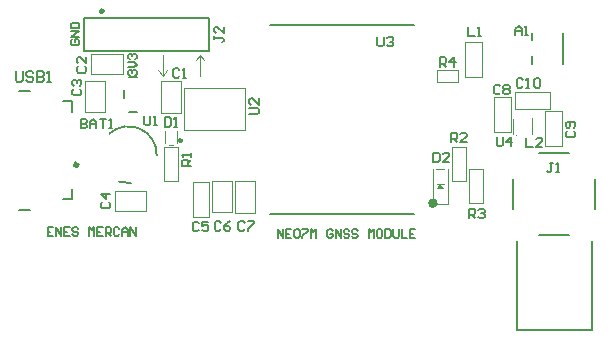
<source format=gto>
G04*
G04 #@! TF.GenerationSoftware,Altium Limited,Altium Designer,22.2.1 (43)*
G04*
G04 Layer_Color=65535*
%FSLAX25Y25*%
%MOIN*%
G70*
G04*
G04 #@! TF.SameCoordinates,F9679001-C221-457E-AD06-5865B11B1ABB*
G04*
G04*
G04 #@! TF.FilePolarity,Positive*
G04*
G01*
G75*
%ADD10C,0.01600*%
%ADD11C,0.00394*%
%ADD12C,0.01181*%
%ADD13C,0.01260*%
%ADD14C,0.00500*%
%ADD15C,0.00787*%
%ADD16C,0.00197*%
%ADD17C,0.00276*%
%ADD18C,0.00512*%
%ADD19C,0.00591*%
%ADD20C,0.00669*%
G36*
X147848Y18085D02*
X145486D01*
X146667Y19659D01*
X147848Y18085D01*
D02*
G37*
D10*
X144939Y13250D02*
G03*
X144939Y13250I-787J0D01*
G01*
D11*
X172016Y35796D02*
G03*
X172016Y35796I-98J0D01*
G01*
X164567Y39960D02*
X164573Y39954D01*
Y36871D02*
Y39954D01*
Y36871D02*
X170115D01*
X164567Y39960D02*
Y45472D01*
Y48523D02*
X170115D01*
Y36871D02*
Y48523D01*
X164567Y45472D02*
Y48523D01*
X179921Y44713D02*
X179927Y44719D01*
X183010D01*
Y50262D01*
X174409Y44713D02*
X179921D01*
X171358D02*
Y50262D01*
X183010D01*
X171358Y44713D02*
X174409D01*
X187199Y40880D02*
X187205Y40875D01*
X187199Y40880D02*
Y43963D01*
X181657D02*
X187199D01*
X187205Y35363D02*
Y40875D01*
X181657Y32312D02*
X187205D01*
X181657D02*
Y43963D01*
X187205Y32312D02*
Y35363D01*
X66437Y55764D02*
Y62556D01*
X67717Y60981D01*
X61122Y37824D02*
Y51603D01*
Y37824D02*
X81575D01*
Y51603D01*
X61122D02*
X81575D01*
X53543Y43434D02*
Y53867D01*
Y43434D02*
X60039D01*
X60236Y45651D02*
Y51651D01*
Y43434D02*
Y45651D01*
X53543Y53867D02*
X60236D01*
Y51651D02*
Y53867D01*
X30315Y56328D02*
X40748D01*
Y62824D01*
X32531Y63020D02*
X38532D01*
X40748D01*
X30315Y56328D02*
Y63020D01*
X32531D01*
X28150Y43532D02*
Y53965D01*
Y43532D02*
X34646D01*
X34843Y45749D02*
Y51749D01*
Y43532D02*
Y45749D01*
X28150Y53965D02*
X34843D01*
Y51749D02*
Y53965D01*
X38077Y10770D02*
X48510D01*
Y17266D01*
X40293Y17463D02*
X46294D01*
X48510D01*
X38077Y10770D02*
Y17463D01*
X40293D01*
X54514Y20507D02*
X59238D01*
Y31954D01*
X54514D02*
X59238D01*
X54514Y20507D02*
Y31954D01*
X56089Y32620D02*
X57664D01*
X54908Y33408D02*
Y37423D01*
X58845Y33408D02*
Y37423D01*
X156102Y13211D02*
Y24658D01*
X160827D01*
Y13211D02*
Y24658D01*
X156102Y13211D02*
X160827D01*
X64110Y17364D02*
Y20415D01*
X69659Y8764D02*
Y20415D01*
X64110D02*
X69659D01*
X64110Y11852D02*
Y17364D01*
X64116Y8764D02*
X69659D01*
X64116D02*
Y11847D01*
X64110Y11852D02*
X64116Y11847D01*
X155315Y20675D02*
Y32122D01*
X150591Y20675D02*
X155315D01*
X150591D02*
Y32122D01*
X155315D01*
X154823Y58493D02*
X154828Y58487D01*
Y55404D02*
Y58487D01*
Y55404D02*
X160371D01*
X154823Y58493D02*
Y64005D01*
Y67056D02*
X160371D01*
Y55404D02*
Y67056D01*
X154823Y64005D02*
Y67056D01*
X84927Y18297D02*
Y20514D01*
X78234D02*
X84927D01*
Y10081D02*
Y12297D01*
Y18297D01*
X78234Y10081D02*
X84730D01*
X78234D02*
Y20514D01*
X70557Y10179D02*
Y20612D01*
Y10179D02*
X77053D01*
X77250Y12396D02*
Y18396D01*
Y10179D02*
Y12396D01*
X70557Y20612D02*
X77250D01*
Y18396D02*
Y20612D01*
X145486Y19659D02*
X147848D01*
X144170Y12935D02*
Y24746D01*
Y12935D02*
X149087D01*
Y24746D01*
X145065D02*
X147821D01*
X65059Y60981D02*
X66437Y62556D01*
X54036Y55835D02*
X55610Y57804D01*
X52559D02*
X54036Y55835D01*
Y62725D01*
D12*
X60335Y34182D02*
G03*
X60335Y34182I-394J0D01*
G01*
X34134Y77292D02*
G03*
X34134Y77292I-394J0D01*
G01*
D13*
X25776Y26052D02*
G03*
X25776Y26052I-591J0D01*
G01*
D14*
X52071Y29145D02*
G03*
X36211Y36373I-9427J329D01*
G01*
X39386Y20534D02*
G03*
X43510Y19955I3705J11403D01*
G01*
X89821Y9707D02*
X137853D01*
X89821Y72699D02*
X137853D01*
X42894Y55245D02*
X45492D01*
X41043Y48217D02*
Y50855D01*
X42894Y43828D02*
X45492D01*
X20768Y47288D02*
X23972D01*
Y43729D02*
Y47288D01*
Y14580D02*
Y18139D01*
X20768Y14580D02*
X23972D01*
X6004Y50776D02*
X9941D01*
X6004Y11091D02*
X9941D01*
X187500Y59772D02*
Y70009D01*
X177264Y67528D02*
Y70009D01*
Y59772D02*
Y62253D01*
D15*
X197047Y-28909D02*
Y619D01*
X179429Y30146D02*
X189665D01*
X198326Y11249D02*
Y21485D01*
X179429Y2588D02*
X189665D01*
X172047Y-28909D02*
X197047D01*
X170768Y11249D02*
Y21485D01*
X172047Y-28909D02*
Y619D01*
X27874Y74930D02*
X69606D01*
Y63906D02*
Y74930D01*
X27874Y63906D02*
Y74930D01*
Y63906D02*
X69606D01*
X23885Y67877D02*
X23426Y67418D01*
Y66499D01*
X23885Y66040D01*
X25722D01*
X26181Y66499D01*
Y67418D01*
X25722Y67877D01*
X24804D01*
Y66958D01*
X26181Y68795D02*
X23426D01*
X26181Y70632D01*
X23426D01*
Y71550D02*
X26181D01*
Y72928D01*
X25722Y73387D01*
X23885D01*
X23426Y72928D01*
Y71550D01*
X17557Y5216D02*
X15720D01*
Y2461D01*
X17557D01*
X15720Y3838D02*
X16638D01*
X18475Y2461D02*
Y5216D01*
X20312Y2461D01*
Y5216D01*
X23067D02*
X21230D01*
Y2461D01*
X23067D01*
X21230Y3838D02*
X22148D01*
X25822Y4756D02*
X25363Y5216D01*
X24444D01*
X23985Y4756D01*
Y4297D01*
X24444Y3838D01*
X25363D01*
X25822Y3379D01*
Y2920D01*
X25363Y2461D01*
X24444D01*
X23985Y2920D01*
X29495Y2461D02*
Y5216D01*
X30413Y4297D01*
X31332Y5216D01*
Y2461D01*
X34087Y5216D02*
X32250D01*
Y2461D01*
X34087D01*
X32250Y3838D02*
X33168D01*
X35005Y2461D02*
Y5216D01*
X36383D01*
X36842Y4756D01*
Y3838D01*
X36383Y3379D01*
X35005D01*
X35923D02*
X36842Y2461D01*
X39597Y4756D02*
X39138Y5216D01*
X38219D01*
X37760Y4756D01*
Y2920D01*
X38219Y2461D01*
X39138D01*
X39597Y2920D01*
X40515Y2461D02*
Y4297D01*
X41434Y5216D01*
X42352Y4297D01*
Y2461D01*
Y3838D01*
X40515D01*
X43270Y2461D02*
Y5216D01*
X45107Y2461D01*
Y5216D01*
X92396Y1772D02*
Y4527D01*
X94232Y1772D01*
Y4527D01*
X96987D02*
X95151D01*
Y1772D01*
X96987D01*
X95151Y3149D02*
X96069D01*
X99283Y4527D02*
X98365D01*
X97906Y4067D01*
Y2231D01*
X98365Y1772D01*
X99283D01*
X99743Y2231D01*
Y4067D01*
X99283Y4527D01*
X100661D02*
X102498D01*
Y4067D01*
X100661Y2231D01*
Y1772D01*
X103416D02*
Y4527D01*
X104334Y3608D01*
X105253Y4527D01*
Y1772D01*
X110763Y4067D02*
X110303Y4527D01*
X109385D01*
X108926Y4067D01*
Y2231D01*
X109385Y1772D01*
X110303D01*
X110763Y2231D01*
Y3149D01*
X109844D01*
X111681Y1772D02*
Y4527D01*
X113518Y1772D01*
Y4527D01*
X116273Y4067D02*
X115814Y4527D01*
X114895D01*
X114436Y4067D01*
Y3608D01*
X114895Y3149D01*
X115814D01*
X116273Y2690D01*
Y2231D01*
X115814Y1772D01*
X114895D01*
X114436Y2231D01*
X119028Y4067D02*
X118569Y4527D01*
X117650D01*
X117191Y4067D01*
Y3608D01*
X117650Y3149D01*
X118569D01*
X119028Y2690D01*
Y2231D01*
X118569Y1772D01*
X117650D01*
X117191Y2231D01*
X122701Y1772D02*
Y4527D01*
X123619Y3608D01*
X124538Y4527D01*
Y1772D01*
X126834Y4527D02*
X125915D01*
X125456Y4067D01*
Y2231D01*
X125915Y1772D01*
X126834D01*
X127293Y2231D01*
Y4067D01*
X126834Y4527D01*
X128211D02*
Y1772D01*
X129589D01*
X130048Y2231D01*
Y4067D01*
X129589Y4527D01*
X128211D01*
X130966D02*
Y2231D01*
X131425Y1772D01*
X132344D01*
X132803Y2231D01*
Y4527D01*
X133721D02*
Y1772D01*
X135558D01*
X138313Y4527D02*
X136476D01*
Y1772D01*
X138313D01*
X136476Y3149D02*
X137394D01*
D16*
X177264Y36249D02*
Y41564D01*
X170866Y36249D02*
Y41367D01*
D17*
X145571Y53670D02*
X152657D01*
X145571D02*
Y57607D01*
X152657D01*
Y53670D02*
Y57607D01*
D18*
X43059Y55804D02*
X42599Y56263D01*
Y57181D01*
X43059Y57641D01*
X43518D01*
X43977Y57181D01*
Y56722D01*
Y57181D01*
X44436Y57641D01*
X44895D01*
X45354Y57181D01*
Y56263D01*
X44895Y55804D01*
X42599Y58559D02*
X44436D01*
X45354Y59477D01*
X44436Y60396D01*
X42599D01*
X43059Y61314D02*
X42599Y61773D01*
Y62691D01*
X43059Y63151D01*
X43518D01*
X43977Y62691D01*
Y62232D01*
Y62691D01*
X44436Y63151D01*
X44895D01*
X45354Y62691D01*
Y61773D01*
X44895Y61314D01*
D19*
X165388Y35362D02*
Y32739D01*
X165913Y32214D01*
X166962D01*
X167487Y32739D01*
Y35362D01*
X170111Y32214D02*
Y35362D01*
X168537Y33788D01*
X170636D01*
X184154Y26701D02*
X183104D01*
X183629D01*
Y24077D01*
X183104Y23552D01*
X182579D01*
X182054Y24077D01*
X185203Y23552D02*
X186253D01*
X185728D01*
Y26701D01*
X185203Y26176D01*
X175329Y35067D02*
Y31919D01*
X177428D01*
X180577D02*
X178478D01*
X180577Y34018D01*
Y34543D01*
X180052Y35067D01*
X179002D01*
X178478Y34543D01*
X174148Y54326D02*
X173623Y54851D01*
X172573D01*
X172049Y54326D01*
Y52227D01*
X172573Y51702D01*
X173623D01*
X174148Y52227D01*
X175197Y51702D02*
X176247D01*
X175722D01*
Y54851D01*
X175197Y54326D01*
X177821D02*
X178346Y54851D01*
X179395D01*
X179920Y54326D01*
Y52227D01*
X179395Y51702D01*
X178346D01*
X177821Y52227D01*
Y54326D01*
X188911Y37299D02*
X188386Y36774D01*
Y35725D01*
X188911Y35200D01*
X191010D01*
X191535Y35725D01*
Y36774D01*
X191010Y37299D01*
Y38348D02*
X191535Y38873D01*
Y39923D01*
X191010Y40448D01*
X188911D01*
X188386Y39923D01*
Y38873D01*
X188911Y38348D01*
X189436D01*
X189961Y38873D01*
Y40448D01*
X166601Y52259D02*
X166077Y52784D01*
X165027D01*
X164502Y52259D01*
Y50160D01*
X165027Y49635D01*
X166077D01*
X166601Y50160D01*
X167651Y52259D02*
X168176Y52784D01*
X169225D01*
X169750Y52259D01*
Y51734D01*
X169225Y51209D01*
X169750Y50685D01*
Y50160D01*
X169225Y49635D01*
X168176D01*
X167651Y50160D01*
Y50685D01*
X168176Y51209D01*
X167651Y51734D01*
Y52259D01*
X168176Y51209D02*
X169225D01*
X47901Y42449D02*
Y39825D01*
X48426Y39301D01*
X49475D01*
X50000Y39825D01*
Y42449D01*
X51050Y39301D02*
X52099D01*
X51574D01*
Y42449D01*
X51050Y41924D01*
X24344Y51275D02*
X23820Y50750D01*
Y49701D01*
X24344Y49176D01*
X26443D01*
X26968Y49701D01*
Y50750D01*
X26443Y51275D01*
X24344Y52325D02*
X23820Y52850D01*
Y53899D01*
X24344Y54424D01*
X24869D01*
X25394Y53899D01*
Y53374D01*
Y53899D01*
X25918Y54424D01*
X26443D01*
X26968Y53899D01*
Y52850D01*
X26443Y52325D01*
X25919Y58854D02*
X25394Y58329D01*
Y57280D01*
X25919Y56755D01*
X28018D01*
X28543Y57280D01*
Y58329D01*
X28018Y58854D01*
X28543Y62003D02*
Y59904D01*
X26444Y62003D01*
X25919D01*
X25394Y61478D01*
Y60428D01*
X25919Y59904D01*
X59646Y57672D02*
X59121Y58197D01*
X58071D01*
X57547Y57672D01*
Y55573D01*
X58071Y55049D01*
X59121D01*
X59646Y55573D01*
X60695Y55049D02*
X61745D01*
X61220D01*
Y58197D01*
X60695Y57672D01*
X125624Y68729D02*
Y66105D01*
X126149Y65580D01*
X127199D01*
X127723Y66105D01*
Y68729D01*
X128773Y68204D02*
X129298Y68729D01*
X130347D01*
X130872Y68204D01*
Y67679D01*
X130347Y67154D01*
X129822D01*
X130347D01*
X130872Y66630D01*
Y66105D01*
X130347Y65580D01*
X129298D01*
X128773Y66105D01*
X82875Y42976D02*
X85498D01*
X86023Y43500D01*
Y44550D01*
X85498Y45074D01*
X82875D01*
X86023Y48223D02*
Y46124D01*
X83924Y48223D01*
X83399D01*
X82875Y47698D01*
Y46649D01*
X83399Y46124D01*
X146490Y58690D02*
Y61839D01*
X148065D01*
X148590Y61314D01*
Y60265D01*
X148065Y59740D01*
X146490D01*
X147540D02*
X148590Y58690D01*
X151213D02*
Y61839D01*
X149639Y60265D01*
X151738D01*
X63582Y25685D02*
X60434D01*
Y27260D01*
X60958Y27784D01*
X62008D01*
X62533Y27260D01*
Y25685D01*
Y26735D02*
X63582Y27784D01*
Y28834D02*
Y29883D01*
Y29359D01*
X60434D01*
X60958Y28834D01*
X156136Y8297D02*
Y11445D01*
X157710D01*
X158235Y10921D01*
Y9871D01*
X157710Y9346D01*
X156136D01*
X157186D02*
X158235Y8297D01*
X159285Y10921D02*
X159809Y11445D01*
X160859D01*
X161384Y10921D01*
Y10396D01*
X160859Y9871D01*
X160334D01*
X160859D01*
X161384Y9346D01*
Y8821D01*
X160859Y8297D01*
X159809D01*
X159285Y8821D01*
X150132Y33592D02*
Y36740D01*
X151706D01*
X152231Y36216D01*
Y35166D01*
X151706Y34641D01*
X150132D01*
X151182D02*
X152231Y33592D01*
X155380D02*
X153281D01*
X155380Y35691D01*
Y36216D01*
X154855Y36740D01*
X153805D01*
X153281Y36216D01*
X155972Y72075D02*
Y68927D01*
X158071D01*
X159121D02*
X160170D01*
X159645D01*
Y72075D01*
X159121Y71550D01*
X71260Y68992D02*
Y67942D01*
Y68467D01*
X73884D01*
X74409Y67942D01*
Y67418D01*
X73884Y66893D01*
X74409Y72140D02*
Y70041D01*
X72310Y72140D01*
X71785D01*
X71260Y71616D01*
Y70566D01*
X71785Y70041D01*
X144325Y30146D02*
Y26997D01*
X145899D01*
X146424Y27522D01*
Y29621D01*
X145899Y30146D01*
X144325D01*
X149573Y26997D02*
X147474D01*
X149573Y29096D01*
Y29621D01*
X149048Y30146D01*
X147998D01*
X147474Y29621D01*
X54692Y41957D02*
Y38808D01*
X56267D01*
X56791Y39333D01*
Y41432D01*
X56267Y41957D01*
X54692D01*
X57841Y38808D02*
X58890D01*
X58366D01*
Y41957D01*
X57841Y41432D01*
X33990Y13677D02*
X33465Y13152D01*
Y12103D01*
X33990Y11578D01*
X36089D01*
X36614Y12103D01*
Y13152D01*
X36089Y13677D01*
X36614Y16301D02*
X33465D01*
X35039Y14726D01*
Y16826D01*
X81365Y6787D02*
X80840Y7311D01*
X79791D01*
X79266Y6787D01*
Y4688D01*
X79791Y4163D01*
X80840D01*
X81365Y4688D01*
X82415Y7311D02*
X84514D01*
Y6787D01*
X82415Y4688D01*
Y4163D01*
X73491Y6688D02*
X72966Y7213D01*
X71917D01*
X71392Y6688D01*
Y4589D01*
X71917Y4064D01*
X72966D01*
X73491Y4589D01*
X76640Y7213D02*
X75590Y6688D01*
X74541Y5639D01*
Y4589D01*
X75065Y4064D01*
X76115D01*
X76640Y4589D01*
Y5114D01*
X76115Y5639D01*
X74541D01*
X66109Y6590D02*
X65584Y7114D01*
X64535D01*
X64010Y6590D01*
Y4491D01*
X64535Y3966D01*
X65584D01*
X66109Y4491D01*
X69258Y7114D02*
X67159D01*
Y5540D01*
X68208Y6065D01*
X68733D01*
X69258Y5540D01*
Y4491D01*
X68733Y3966D01*
X67684D01*
X67159Y4491D01*
X26741Y41366D02*
Y38218D01*
X28315D01*
X28840Y38743D01*
Y39267D01*
X28315Y39792D01*
X26741D01*
X28315D01*
X28840Y40317D01*
Y40842D01*
X28315Y41366D01*
X26741D01*
X29889Y38218D02*
Y40317D01*
X30939Y41366D01*
X31988Y40317D01*
Y38218D01*
Y39792D01*
X29889D01*
X33038Y41366D02*
X35137D01*
X34087D01*
Y38218D01*
X36186D02*
X37236D01*
X36711D01*
Y41366D01*
X36186Y40842D01*
X171622Y69222D02*
Y71321D01*
X172671Y72370D01*
X173721Y71321D01*
Y69222D01*
Y70796D01*
X171622D01*
X174770Y69222D02*
X175820D01*
X175295D01*
Y72370D01*
X174770Y71846D01*
D20*
X5022Y57213D02*
Y54261D01*
X5612Y53671D01*
X6793D01*
X7383Y54261D01*
Y57213D01*
X10925Y56622D02*
X10335Y57213D01*
X9154D01*
X8564Y56622D01*
Y56032D01*
X9154Y55442D01*
X10335D01*
X10925Y54851D01*
Y54261D01*
X10335Y53671D01*
X9154D01*
X8564Y54261D01*
X12106Y57213D02*
Y53671D01*
X13877D01*
X14467Y54261D01*
Y54851D01*
X13877Y55442D01*
X12106D01*
X13877D01*
X14467Y56032D01*
Y56622D01*
X13877Y57213D01*
X12106D01*
X15648Y53671D02*
X16829D01*
X16239D01*
Y57213D01*
X15648Y56622D01*
M02*

</source>
